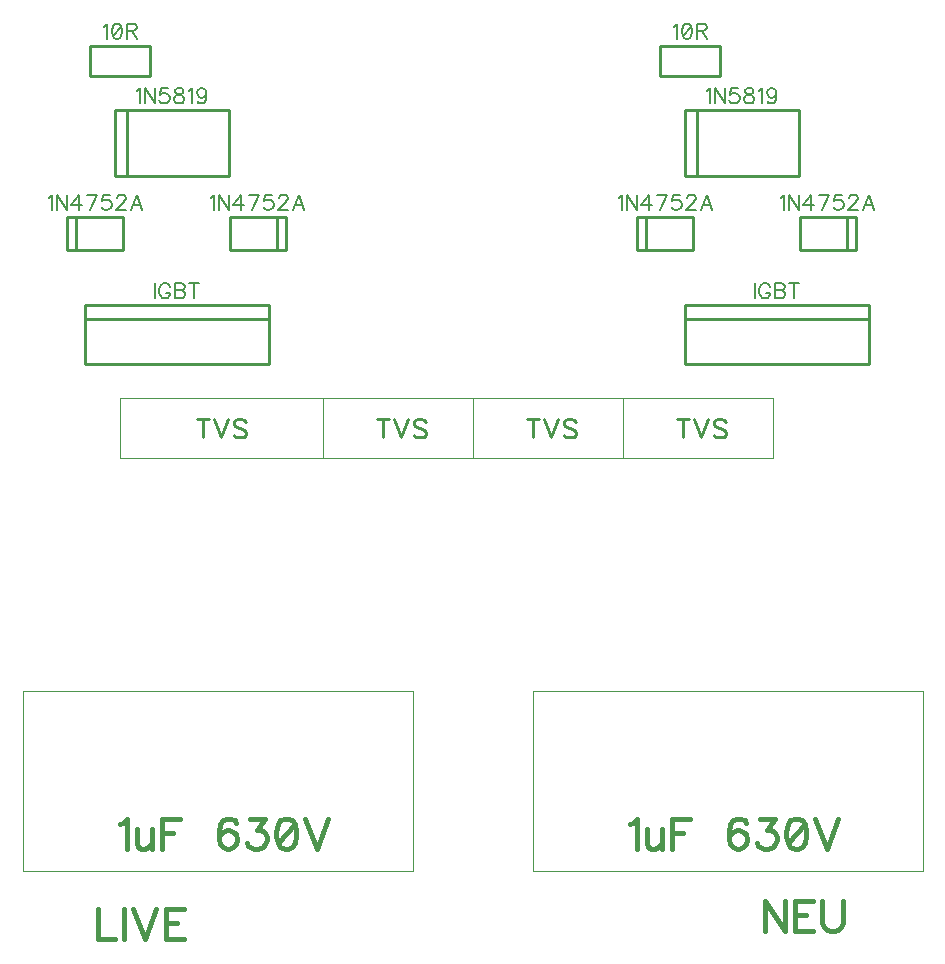
<source format=gbr>
G04 DipTrace 3.1.0.1*
G04 TopSilk.gbr*
%MOIN*%
G04 #@! TF.FileFunction,Legend,Top*
G04 #@! TF.Part,Single*
%ADD10C,0.009843*%
%ADD19C,0.001312*%
%ADD60C,0.00772*%
%ADD61C,0.015439*%
%ADD62C,0.009264*%
%FSLAX26Y26*%
G04*
G70*
G90*
G75*
G01*
G04 TopSilk*
%LPD*%
X841915Y3438882D2*
D10*
Y3549118D1*
X843939D2*
X1029100D1*
X871764Y3438882D2*
Y3549118D1*
X1029100Y3438882D2*
Y3549118D1*
X843939Y3438882D2*
X1029100D1*
X1571085Y3549118D2*
Y3438882D1*
X1569061D2*
X1383900D1*
X1541236Y3549118D2*
Y3438882D1*
X1383900Y3549118D2*
Y3438882D1*
X1569061Y3549118D2*
X1383900D1*
X2741915Y3438882D2*
Y3549118D1*
X2743939D2*
X2929100D1*
X2771764Y3438882D2*
Y3549118D1*
X2929100Y3438882D2*
Y3549118D1*
X2743939Y3438882D2*
X2929100D1*
X3471085Y3549118D2*
Y3438882D1*
X3469061D2*
X3283900D1*
X3441236Y3549118D2*
Y3438882D1*
X3283900Y3549118D2*
Y3438882D1*
X3469061Y3549118D2*
X3283900D1*
X2900814Y3683764D2*
X3278918D1*
X2900814Y3904236D2*
X3278918D1*
X2900814Y3683764D2*
Y3904236D1*
X3251059Y3683764D2*
X3282326D1*
Y3904236D1*
X3251059D1*
X2940005D2*
Y3683764D1*
X1000814D2*
X1378918D1*
X1000814Y3904236D2*
X1378918D1*
X1000814Y3683764D2*
Y3904236D1*
X1351059Y3683764D2*
X1382326D1*
Y3904236D1*
X1351059D1*
X1040005D2*
Y3683764D1*
X919180Y4119000D2*
X1118820D1*
Y4019000D2*
Y4119000D1*
X919180Y4019000D2*
X1118820D1*
X919180D2*
Y4119000D1*
X2819180D2*
X3018820D1*
Y4019000D2*
Y4119000D1*
X2819180Y4019000D2*
X3018820D1*
X2819180D2*
Y4119000D1*
X901283Y3254236D2*
X1515457D1*
Y3057386D1*
X901283D1*
Y3254236D1*
Y3206992D2*
X1515457D1*
X2901283Y3254236D2*
X3515457D1*
Y3057386D1*
X2901283D1*
Y3254236D1*
Y3206992D2*
X3515457D1*
X694000Y1969000D2*
D19*
X1994000D1*
Y1369000D1*
X694000D1*
Y1969000D1*
X2394000D2*
X3694000D1*
Y1369000D1*
X2394000D1*
Y1969000D1*
X1019000Y2944000D2*
X1694000D1*
Y2744000D1*
X1019000D1*
Y2944000D1*
X1694000D2*
X2194000D1*
Y2744000D1*
X1694000D1*
Y2944000D1*
X2194000D2*
X2694000D1*
Y2744000D1*
X2194000D1*
Y2944000D1*
X2694000D2*
X3194000D1*
Y2744000D1*
X2694000D1*
Y2944000D1*
X780133Y3612724D2*
D60*
X784941Y3615156D1*
X792126Y3622286D1*
Y3572101D1*
X841059Y3622341D2*
Y3572101D1*
X807565Y3622341D1*
Y3572101D1*
X880430D2*
Y3622286D1*
X856498Y3588848D1*
X892368D1*
X917369Y3572101D2*
X941300Y3622286D1*
X907807D1*
X985425D2*
X961548D1*
X959172Y3600786D1*
X961548Y3603163D1*
X968733Y3605595D1*
X975863D1*
X983048Y3603163D1*
X987856Y3598409D1*
X990233Y3591224D1*
Y3586471D1*
X987856Y3579286D1*
X983048Y3574478D1*
X975863Y3572101D1*
X968733D1*
X961548Y3574478D1*
X959172Y3576910D1*
X956740Y3581663D1*
X1008104Y3610348D2*
Y3612724D1*
X1010481Y3617533D1*
X1012857Y3619909D1*
X1017666Y3622286D1*
X1027227D1*
X1031981Y3619909D1*
X1034357Y3617533D1*
X1036789Y3612724D1*
Y3607971D1*
X1034357Y3603163D1*
X1029604Y3596033D1*
X1005672Y3572101D1*
X1039166D1*
X1092907D2*
X1073728Y3622341D1*
X1054605Y3572101D1*
X1061790Y3588848D2*
X1085722D1*
X1320093Y3612724D2*
X1324902Y3615156D1*
X1332087Y3622286D1*
Y3572101D1*
X1381019Y3622341D2*
Y3572101D1*
X1347526Y3622341D1*
Y3572101D1*
X1420390D2*
Y3622286D1*
X1396459Y3588848D1*
X1432329D1*
X1457329Y3572101D2*
X1481261Y3622286D1*
X1447768D1*
X1525385D2*
X1501509D1*
X1499132Y3600786D1*
X1501509Y3603163D1*
X1508694Y3605595D1*
X1515824D1*
X1523009Y3603163D1*
X1527817Y3598409D1*
X1530194Y3591224D1*
Y3586471D1*
X1527817Y3579286D1*
X1523009Y3574478D1*
X1515824Y3572101D1*
X1508694D1*
X1501509Y3574478D1*
X1499132Y3576910D1*
X1496700Y3581663D1*
X1548065Y3610348D2*
Y3612724D1*
X1550441Y3617533D1*
X1552818Y3619909D1*
X1557626Y3622286D1*
X1567188D1*
X1571941Y3619909D1*
X1574318Y3617533D1*
X1576750Y3612724D1*
Y3607971D1*
X1574318Y3603163D1*
X1569565Y3596033D1*
X1545633Y3572101D1*
X1579126D1*
X1632867D2*
X1613689Y3622341D1*
X1594566Y3572101D1*
X1601751Y3588848D2*
X1625682D1*
X2680133Y3612724D2*
X2684941Y3615156D1*
X2692126Y3622286D1*
Y3572101D1*
X2741059Y3622341D2*
Y3572101D1*
X2707565Y3622341D1*
Y3572101D1*
X2780430D2*
Y3622286D1*
X2756498Y3588848D1*
X2792368D1*
X2817369Y3572101D2*
X2841300Y3622286D1*
X2807807D1*
X2885425D2*
X2861548D1*
X2859172Y3600786D1*
X2861548Y3603163D1*
X2868733Y3605595D1*
X2875863D1*
X2883048Y3603163D1*
X2887856Y3598409D1*
X2890233Y3591224D1*
Y3586471D1*
X2887856Y3579286D1*
X2883048Y3574478D1*
X2875863Y3572101D1*
X2868733D1*
X2861548Y3574478D1*
X2859172Y3576910D1*
X2856740Y3581663D1*
X2908104Y3610348D2*
Y3612724D1*
X2910481Y3617533D1*
X2912857Y3619909D1*
X2917666Y3622286D1*
X2927227D1*
X2931981Y3619909D1*
X2934357Y3617533D1*
X2936789Y3612724D1*
Y3607971D1*
X2934357Y3603163D1*
X2929604Y3596033D1*
X2905672Y3572101D1*
X2939166D1*
X2992907D2*
X2973728Y3622341D1*
X2954605Y3572101D1*
X2961790Y3588848D2*
X2985722D1*
X3220093Y3612724D2*
X3224902Y3615156D1*
X3232087Y3622286D1*
Y3572101D1*
X3281019Y3622341D2*
Y3572101D1*
X3247526Y3622341D1*
Y3572101D1*
X3320390D2*
Y3622286D1*
X3296459Y3588848D1*
X3332329D1*
X3357329Y3572101D2*
X3381261Y3622286D1*
X3347768D1*
X3425385D2*
X3401509D1*
X3399132Y3600786D1*
X3401509Y3603163D1*
X3408694Y3605595D1*
X3415824D1*
X3423009Y3603163D1*
X3427817Y3598409D1*
X3430194Y3591224D1*
Y3586471D1*
X3427817Y3579286D1*
X3423009Y3574478D1*
X3415824Y3572101D1*
X3408694D1*
X3401509Y3574478D1*
X3399132Y3576910D1*
X3396700Y3581663D1*
X3448065Y3610348D2*
Y3612724D1*
X3450441Y3617533D1*
X3452818Y3619909D1*
X3457626Y3622286D1*
X3467188D1*
X3471941Y3619909D1*
X3474318Y3617533D1*
X3476750Y3612724D1*
Y3607971D1*
X3474318Y3603163D1*
X3469565Y3596033D1*
X3445633Y3572101D1*
X3479126D1*
X3532867D2*
X3513689Y3622341D1*
X3494566Y3572101D1*
X3501751Y3588848D2*
X3525682D1*
X2973504Y3967842D2*
X2978312Y3970274D1*
X2985497Y3977404D1*
Y3927219D1*
X3034430Y3977459D2*
Y3927219D1*
X3000937Y3977459D1*
Y3927219D1*
X3078554Y3977404D2*
X3054678D1*
X3052301Y3955904D1*
X3054678Y3958281D1*
X3061863Y3960713D1*
X3068992D1*
X3076177Y3958281D1*
X3080986Y3953528D1*
X3083362Y3946343D1*
Y3941589D1*
X3080986Y3934404D1*
X3076177Y3929596D1*
X3068992Y3927219D1*
X3061863D1*
X3054678Y3929596D1*
X3052301Y3932028D1*
X3049869Y3936781D1*
X3110740Y3977404D2*
X3103610Y3975027D1*
X3101178Y3970274D1*
Y3965466D1*
X3103610Y3960713D1*
X3108363Y3958281D1*
X3117925Y3955904D1*
X3125110Y3953528D1*
X3129863Y3948719D1*
X3132240Y3943966D1*
Y3936781D1*
X3129863Y3932028D1*
X3127487Y3929596D1*
X3120302Y3927219D1*
X3110740D1*
X3103610Y3929596D1*
X3101178Y3932028D1*
X3098802Y3936781D1*
Y3943966D1*
X3101178Y3948719D1*
X3105987Y3953528D1*
X3113117Y3955904D1*
X3122678Y3958281D1*
X3127487Y3960713D1*
X3129863Y3965466D1*
Y3970274D1*
X3127487Y3975027D1*
X3120302Y3977404D1*
X3110740D1*
X3147679Y3967842D2*
X3152487Y3970274D1*
X3159672Y3977404D1*
Y3927219D1*
X3206228Y3960713D2*
X3203797Y3953528D1*
X3199043Y3948719D1*
X3191858Y3946343D1*
X3189482D1*
X3182297Y3948719D1*
X3177544Y3953528D1*
X3175112Y3960713D1*
Y3963089D1*
X3177544Y3970274D1*
X3182297Y3975027D1*
X3189482Y3977404D1*
X3191858D1*
X3199043Y3975027D1*
X3203797Y3970274D1*
X3206228Y3960713D1*
Y3948719D1*
X3203797Y3936781D1*
X3199043Y3929596D1*
X3191858Y3927219D1*
X3187105D1*
X3179920Y3929596D1*
X3177544Y3934404D1*
X1073504Y3967842D2*
X1078312Y3970274D1*
X1085497Y3977404D1*
Y3927219D1*
X1134430Y3977459D2*
Y3927219D1*
X1100937Y3977459D1*
Y3927219D1*
X1178554Y3977404D2*
X1154678D1*
X1152301Y3955904D1*
X1154678Y3958281D1*
X1161863Y3960713D1*
X1168992D1*
X1176177Y3958281D1*
X1180986Y3953528D1*
X1183362Y3946343D1*
Y3941589D1*
X1180986Y3934404D1*
X1176177Y3929596D1*
X1168992Y3927219D1*
X1161863D1*
X1154678Y3929596D1*
X1152301Y3932028D1*
X1149869Y3936781D1*
X1210740Y3977404D2*
X1203610Y3975027D1*
X1201178Y3970274D1*
Y3965466D1*
X1203610Y3960713D1*
X1208363Y3958281D1*
X1217925Y3955904D1*
X1225110Y3953528D1*
X1229863Y3948719D1*
X1232240Y3943966D1*
Y3936781D1*
X1229863Y3932028D1*
X1227487Y3929596D1*
X1220302Y3927219D1*
X1210740D1*
X1203610Y3929596D1*
X1201178Y3932028D1*
X1198802Y3936781D1*
Y3943966D1*
X1201178Y3948719D1*
X1205987Y3953528D1*
X1213117Y3955904D1*
X1222678Y3958281D1*
X1227487Y3960713D1*
X1229863Y3965466D1*
Y3970274D1*
X1227487Y3975027D1*
X1220302Y3977404D1*
X1210740D1*
X1247679Y3967842D2*
X1252487Y3970274D1*
X1259672Y3977404D1*
Y3927219D1*
X1306228Y3960713D2*
X1303797Y3953528D1*
X1299043Y3948719D1*
X1291858Y3946343D1*
X1289482D1*
X1282297Y3948719D1*
X1277544Y3953528D1*
X1275112Y3960713D1*
Y3963089D1*
X1277544Y3970274D1*
X1282297Y3975027D1*
X1289482Y3977404D1*
X1291858D1*
X1299043Y3975027D1*
X1303797Y3970274D1*
X1306228Y3960713D1*
Y3948719D1*
X1303797Y3936781D1*
X1299043Y3929596D1*
X1291858Y3927219D1*
X1287105D1*
X1279920Y3929596D1*
X1277544Y3934404D1*
X964071Y4182606D2*
X968879Y4185038D1*
X976064Y4192168D1*
Y4141983D1*
X1005873Y4192168D2*
X998688Y4189791D1*
X993880Y4182606D1*
X991503Y4170668D1*
Y4163483D1*
X993880Y4151545D1*
X998688Y4144360D1*
X1005873Y4141983D1*
X1010627D1*
X1017812Y4144360D1*
X1022565Y4151545D1*
X1024997Y4163483D1*
Y4170668D1*
X1022565Y4182606D1*
X1017812Y4189791D1*
X1010627Y4192168D1*
X1005873D1*
X1022565Y4182606D2*
X993880Y4151545D1*
X1040436Y4168291D2*
X1061936D1*
X1069121Y4170723D1*
X1071553Y4173100D1*
X1073929Y4177853D1*
Y4182661D1*
X1071553Y4187415D1*
X1069121Y4189846D1*
X1061936Y4192223D1*
X1040436D1*
Y4141983D1*
X1057183Y4168291D2*
X1073929Y4141983D1*
X2864071Y4182606D2*
X2868879Y4185038D1*
X2876064Y4192168D1*
Y4141983D1*
X2905873Y4192168D2*
X2898688Y4189791D1*
X2893880Y4182606D1*
X2891503Y4170668D1*
Y4163483D1*
X2893880Y4151545D1*
X2898688Y4144360D1*
X2905873Y4141983D1*
X2910627D1*
X2917812Y4144360D1*
X2922565Y4151545D1*
X2924997Y4163483D1*
Y4170668D1*
X2922565Y4182606D1*
X2917812Y4189791D1*
X2910627Y4192168D1*
X2905873D1*
X2922565Y4182606D2*
X2893880Y4151545D1*
X2940436Y4168291D2*
X2961936D1*
X2969121Y4170723D1*
X2971553Y4173100D1*
X2973929Y4177853D1*
Y4182661D1*
X2971553Y4187415D1*
X2969121Y4189846D1*
X2961936Y4192223D1*
X2940436D1*
Y4141983D1*
X2957183Y4168291D2*
X2973929Y4141983D1*
X1133783Y3327459D2*
Y3277219D1*
X1185092Y3315521D2*
X1182715Y3320274D1*
X1177907Y3325083D1*
X1173154Y3327459D1*
X1163592D1*
X1158784Y3325083D1*
X1154031Y3320274D1*
X1151599Y3315521D1*
X1149222Y3308336D1*
Y3296343D1*
X1151599Y3289213D1*
X1154031Y3284404D1*
X1158784Y3279651D1*
X1163592Y3277219D1*
X1173154D1*
X1177907Y3279651D1*
X1182715Y3284404D1*
X1185092Y3289213D1*
Y3296343D1*
X1173154D1*
X1200531Y3327459D2*
Y3277219D1*
X1222086D1*
X1229271Y3279651D1*
X1231648Y3282028D1*
X1234025Y3286781D1*
Y3293966D1*
X1231648Y3298774D1*
X1229271Y3301151D1*
X1222086Y3303528D1*
X1229271Y3305959D1*
X1231648Y3308336D1*
X1234025Y3313089D1*
Y3317898D1*
X1231648Y3322651D1*
X1229271Y3325083D1*
X1222086Y3327459D1*
X1200531D1*
Y3303528D2*
X1222086D1*
X1266211Y3327459D2*
Y3277219D1*
X1249464Y3327459D2*
X1282957D1*
X3133783D2*
Y3277219D1*
X3185092Y3315521D2*
X3182715Y3320274D1*
X3177907Y3325083D1*
X3173154Y3327459D1*
X3163592D1*
X3158784Y3325083D1*
X3154031Y3320274D1*
X3151599Y3315521D1*
X3149222Y3308336D1*
Y3296343D1*
X3151599Y3289213D1*
X3154031Y3284404D1*
X3158784Y3279651D1*
X3163592Y3277219D1*
X3173154D1*
X3177907Y3279651D1*
X3182715Y3284404D1*
X3185092Y3289213D1*
Y3296343D1*
X3173154D1*
X3200531Y3327459D2*
Y3277219D1*
X3222086D1*
X3229271Y3279651D1*
X3231648Y3282028D1*
X3234025Y3286781D1*
Y3293966D1*
X3231648Y3298774D1*
X3229271Y3301151D1*
X3222086Y3303528D1*
X3229271Y3305959D1*
X3231648Y3308336D1*
X3234025Y3313089D1*
Y3317898D1*
X3231648Y3322651D1*
X3229271Y3325083D1*
X3222086Y3327459D1*
X3200531D1*
Y3303528D2*
X3222086D1*
X3266211Y3327459D2*
Y3277219D1*
X3249464Y3327459D2*
X3282957D1*
X1019000Y1523568D2*
D61*
X1028617Y1528432D1*
X1042987Y1542691D1*
Y1442322D1*
X1073866Y1509308D2*
Y1461445D1*
X1078619Y1447185D1*
X1088236Y1442322D1*
X1102606D1*
X1112112Y1447185D1*
X1126483Y1461445D1*
Y1509308D2*
Y1442322D1*
X1219595Y1542802D2*
X1157361D1*
Y1442322D1*
Y1494938D2*
X1195608D1*
X1405045Y1528432D2*
X1400292Y1537938D1*
X1385921Y1542691D1*
X1376415D1*
X1362045Y1537938D1*
X1352428Y1523568D1*
X1347675Y1499692D1*
Y1475815D1*
X1352428Y1456692D1*
X1362045Y1447075D1*
X1376415Y1442322D1*
X1381168D1*
X1395428Y1447075D1*
X1405045Y1456692D1*
X1409798Y1471062D1*
Y1475815D1*
X1405045Y1490185D1*
X1395428Y1499692D1*
X1381168Y1504445D1*
X1376415D1*
X1362045Y1499692D1*
X1352428Y1490185D1*
X1347675Y1475815D1*
X1450293Y1542691D2*
X1502799D1*
X1474170Y1504445D1*
X1488540D1*
X1498046Y1499692D1*
X1502799Y1494938D1*
X1507663Y1480568D1*
Y1471062D1*
X1502799Y1456692D1*
X1493293Y1447075D1*
X1478923Y1442322D1*
X1464553D1*
X1450293Y1447075D1*
X1445540Y1451939D1*
X1440676Y1461445D1*
X1567282Y1542691D2*
X1552912Y1537938D1*
X1543295Y1523568D1*
X1538542Y1499692D1*
Y1485321D1*
X1543295Y1461445D1*
X1552912Y1447075D1*
X1567282Y1442322D1*
X1576788D1*
X1591158Y1447075D1*
X1600665Y1461445D1*
X1605528Y1485321D1*
Y1499692D1*
X1600665Y1523568D1*
X1591158Y1537938D1*
X1576788Y1542691D1*
X1567282D1*
X1600665Y1523568D2*
X1543295Y1461445D1*
X1636407Y1542802D2*
X1674653Y1442322D1*
X1712900Y1542802D1*
X2719000Y1523568D2*
X2728617Y1528432D1*
X2742987Y1542691D1*
Y1442322D1*
X2773866Y1509308D2*
Y1461445D1*
X2778619Y1447185D1*
X2788236Y1442322D1*
X2802606D1*
X2812112Y1447185D1*
X2826483Y1461445D1*
Y1509308D2*
Y1442322D1*
X2919595Y1542802D2*
X2857361D1*
Y1442322D1*
Y1494938D2*
X2895608D1*
X3105045Y1528432D2*
X3100292Y1537938D1*
X3085921Y1542691D1*
X3076415D1*
X3062045Y1537938D1*
X3052428Y1523568D1*
X3047675Y1499692D1*
Y1475815D1*
X3052428Y1456692D1*
X3062045Y1447075D1*
X3076415Y1442322D1*
X3081168D1*
X3095428Y1447075D1*
X3105045Y1456692D1*
X3109798Y1471062D1*
Y1475815D1*
X3105045Y1490185D1*
X3095428Y1499692D1*
X3081168Y1504445D1*
X3076415D1*
X3062045Y1499692D1*
X3052428Y1490185D1*
X3047675Y1475815D1*
X3150293Y1542691D2*
X3202799D1*
X3174170Y1504445D1*
X3188540D1*
X3198046Y1499692D1*
X3202799Y1494938D1*
X3207663Y1480568D1*
Y1471062D1*
X3202799Y1456692D1*
X3193293Y1447075D1*
X3178923Y1442322D1*
X3164553D1*
X3150293Y1447075D1*
X3145540Y1451939D1*
X3140676Y1461445D1*
X3267282Y1542691D2*
X3252912Y1537938D1*
X3243295Y1523568D1*
X3238542Y1499692D1*
Y1485321D1*
X3243295Y1461445D1*
X3252912Y1447075D1*
X3267282Y1442322D1*
X3276788D1*
X3291158Y1447075D1*
X3300665Y1461445D1*
X3305528Y1485321D1*
Y1499692D1*
X3300665Y1523568D1*
X3291158Y1537938D1*
X3276788Y1542691D1*
X3267282D1*
X3300665Y1523568D2*
X3243295Y1461445D1*
X3336407Y1542802D2*
X3374653Y1442322D1*
X3412900Y1542802D1*
X1293728Y2873650D2*
D62*
Y2813362D1*
X1273632Y2873650D2*
X1313824D1*
X1332351D2*
X1355299Y2813362D1*
X1378247Y2873650D1*
X1436966Y2865028D2*
X1431262Y2870798D1*
X1422640Y2873650D1*
X1411166D1*
X1402544Y2870798D1*
X1396774Y2865028D1*
Y2859324D1*
X1399692Y2853554D1*
X1402544Y2850702D1*
X1408248Y2847850D1*
X1425492Y2842080D1*
X1431262Y2839228D1*
X1434114Y2836309D1*
X1436966Y2830606D1*
Y2821984D1*
X1431262Y2816280D1*
X1422640Y2813362D1*
X1411166D1*
X1402544Y2816280D1*
X1396774Y2821984D1*
X1893728Y2873650D2*
Y2813362D1*
X1873632Y2873650D2*
X1913824D1*
X1932351D2*
X1955299Y2813362D1*
X1978247Y2873650D1*
X2036966Y2865028D2*
X2031262Y2870798D1*
X2022640Y2873650D1*
X2011166D1*
X2002544Y2870798D1*
X1996774Y2865028D1*
Y2859324D1*
X1999692Y2853554D1*
X2002544Y2850702D1*
X2008248Y2847850D1*
X2025492Y2842080D1*
X2031262Y2839228D1*
X2034114Y2836309D1*
X2036966Y2830606D1*
Y2821984D1*
X2031262Y2816280D1*
X2022640Y2813362D1*
X2011166D1*
X2002544Y2816280D1*
X1996774Y2821984D1*
X2393728Y2873650D2*
Y2813362D1*
X2373632Y2873650D2*
X2413824D1*
X2432351D2*
X2455299Y2813362D1*
X2478247Y2873650D1*
X2536966Y2865028D2*
X2531262Y2870798D1*
X2522640Y2873650D1*
X2511166D1*
X2502544Y2870798D1*
X2496774Y2865028D1*
Y2859324D1*
X2499692Y2853554D1*
X2502544Y2850702D1*
X2508248Y2847850D1*
X2525492Y2842080D1*
X2531262Y2839228D1*
X2534114Y2836309D1*
X2536966Y2830606D1*
Y2821984D1*
X2531262Y2816280D1*
X2522640Y2813362D1*
X2511166D1*
X2502544Y2816280D1*
X2496774Y2821984D1*
X2893728Y2873650D2*
Y2813362D1*
X2873632Y2873650D2*
X2913824D1*
X2932351D2*
X2955299Y2813362D1*
X2978247Y2873650D1*
X3036966Y2865028D2*
X3031262Y2870798D1*
X3022640Y2873650D1*
X3011166D1*
X3002544Y2870798D1*
X2996774Y2865028D1*
Y2859324D1*
X2999692Y2853554D1*
X3002544Y2850702D1*
X3008248Y2847850D1*
X3025492Y2842080D1*
X3031262Y2839228D1*
X3034114Y2836309D1*
X3036966Y2830606D1*
Y2821984D1*
X3031262Y2816280D1*
X3022640Y2813362D1*
X3011166D1*
X3002544Y2816280D1*
X2996774Y2821984D1*
X944000Y1242802D2*
D61*
Y1142322D1*
X1001370D1*
X1032249Y1242802D2*
Y1142322D1*
X1063127Y1242802D2*
X1101374Y1142322D1*
X1139620Y1242802D1*
X1232622D2*
X1170499D1*
Y1142322D1*
X1232622D1*
X1170499Y1194938D2*
X1208745D1*
X3235987Y1267802D2*
Y1167322D1*
X3169000Y1267802D1*
Y1167322D1*
X3328989Y1267802D2*
X3266866D1*
Y1167322D1*
X3328989D1*
X3266866Y1219938D2*
X3305112D1*
X3359867Y1267802D2*
Y1196062D1*
X3364620Y1181692D1*
X3374237Y1172185D1*
X3388607Y1167322D1*
X3398114D1*
X3412484Y1172185D1*
X3422101Y1181692D1*
X3426854Y1196062D1*
Y1267802D1*
M02*

</source>
